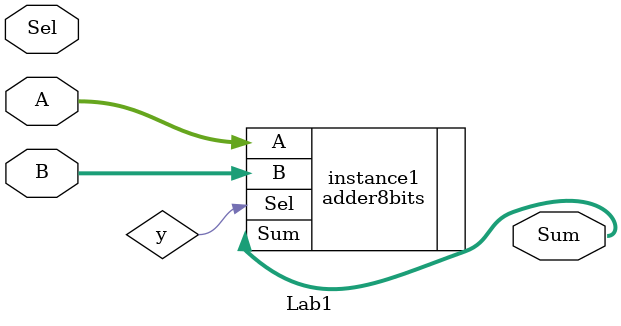
<source format=v>
module Lab1(
    input [7:0] A,
    input [7:0] B,
    input [3:0] Sel,
    output wire [7:0] Sum
    );

    CustomLogic instance2 ( .a(Sel), .b(Sel), .c(Sel), .d(Sel) ); // 
    adder8bits instance1 (.A(A), .B(B), .Sel(y), .Sum(Sum) ); //
    
endmodule
</source>
